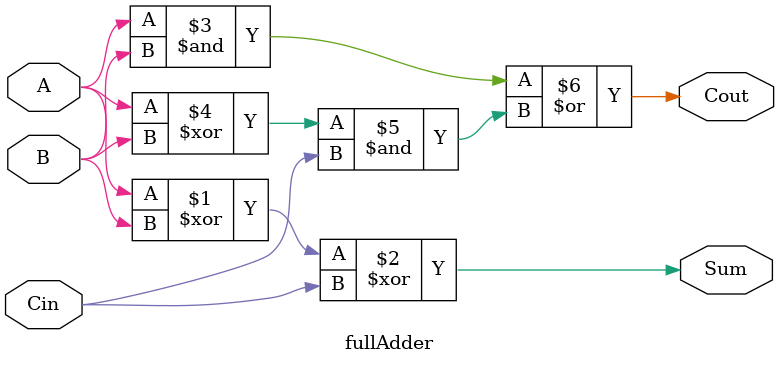
<source format=sv>
module fullAdder(
  input logic A,
  input logic B, 
  input logic Cin,
  output logic Cout,
  output logic Sum);


assign Sum = A ^ B ^ Cin;
assign Cout = (A & B) | ((A^B) & Cin);
endmodule

</source>
